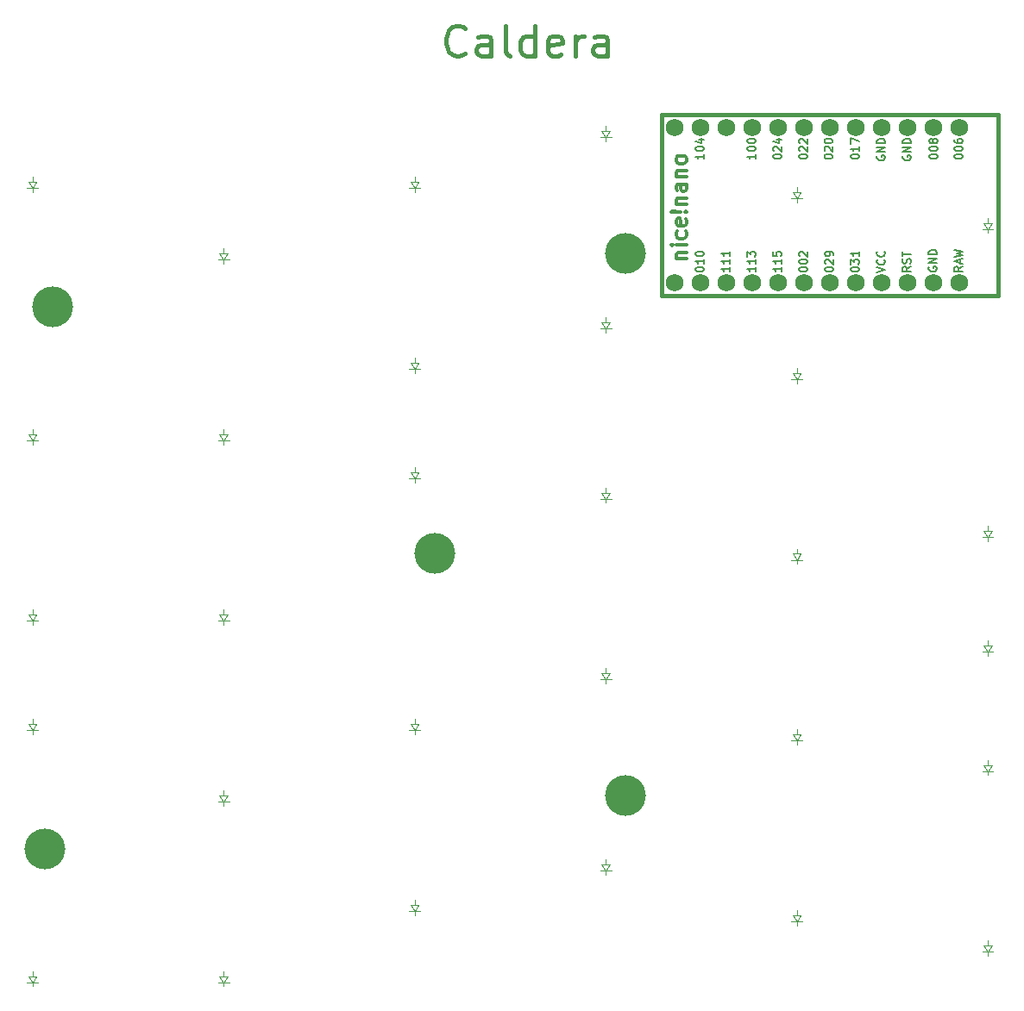
<source format=gbr>
%TF.GenerationSoftware,KiCad,Pcbnew,7.0.8*%
%TF.CreationDate,2024-07-17T12:42:57-03:00*%
%TF.ProjectId,left,6c656674-2e6b-4696-9361-645f70636258,v1.0.0*%
%TF.SameCoordinates,Original*%
%TF.FileFunction,Legend,Top*%
%TF.FilePolarity,Positive*%
%FSLAX46Y46*%
G04 Gerber Fmt 4.6, Leading zero omitted, Abs format (unit mm)*
G04 Created by KiCad (PCBNEW 7.0.8) date 2024-07-17 12:42:57*
%MOMM*%
%LPD*%
G01*
G04 APERTURE LIST*
%ADD10C,0.400000*%
%ADD11C,0.150000*%
%ADD12C,0.300000*%
%ADD13C,0.100000*%
%ADD14C,0.381000*%
%ADD15C,4.000000*%
%ADD16C,1.752600*%
G04 APERTURE END LIST*
D10*
X150241728Y-62581342D02*
X150098871Y-62724200D01*
X150098871Y-62724200D02*
X149670299Y-62867057D01*
X149670299Y-62867057D02*
X149384585Y-62867057D01*
X149384585Y-62867057D02*
X148956014Y-62724200D01*
X148956014Y-62724200D02*
X148670299Y-62438485D01*
X148670299Y-62438485D02*
X148527442Y-62152771D01*
X148527442Y-62152771D02*
X148384585Y-61581342D01*
X148384585Y-61581342D02*
X148384585Y-61152771D01*
X148384585Y-61152771D02*
X148527442Y-60581342D01*
X148527442Y-60581342D02*
X148670299Y-60295628D01*
X148670299Y-60295628D02*
X148956014Y-60009914D01*
X148956014Y-60009914D02*
X149384585Y-59867057D01*
X149384585Y-59867057D02*
X149670299Y-59867057D01*
X149670299Y-59867057D02*
X150098871Y-60009914D01*
X150098871Y-60009914D02*
X150241728Y-60152771D01*
X152813157Y-62867057D02*
X152813157Y-61295628D01*
X152813157Y-61295628D02*
X152670299Y-61009914D01*
X152670299Y-61009914D02*
X152384585Y-60867057D01*
X152384585Y-60867057D02*
X151813157Y-60867057D01*
X151813157Y-60867057D02*
X151527442Y-61009914D01*
X152813157Y-62724200D02*
X152527442Y-62867057D01*
X152527442Y-62867057D02*
X151813157Y-62867057D01*
X151813157Y-62867057D02*
X151527442Y-62724200D01*
X151527442Y-62724200D02*
X151384585Y-62438485D01*
X151384585Y-62438485D02*
X151384585Y-62152771D01*
X151384585Y-62152771D02*
X151527442Y-61867057D01*
X151527442Y-61867057D02*
X151813157Y-61724200D01*
X151813157Y-61724200D02*
X152527442Y-61724200D01*
X152527442Y-61724200D02*
X152813157Y-61581342D01*
X154670300Y-62867057D02*
X154384585Y-62724200D01*
X154384585Y-62724200D02*
X154241728Y-62438485D01*
X154241728Y-62438485D02*
X154241728Y-59867057D01*
X157098872Y-62867057D02*
X157098872Y-59867057D01*
X157098872Y-62724200D02*
X156813157Y-62867057D01*
X156813157Y-62867057D02*
X156241729Y-62867057D01*
X156241729Y-62867057D02*
X155956014Y-62724200D01*
X155956014Y-62724200D02*
X155813157Y-62581342D01*
X155813157Y-62581342D02*
X155670300Y-62295628D01*
X155670300Y-62295628D02*
X155670300Y-61438485D01*
X155670300Y-61438485D02*
X155813157Y-61152771D01*
X155813157Y-61152771D02*
X155956014Y-61009914D01*
X155956014Y-61009914D02*
X156241729Y-60867057D01*
X156241729Y-60867057D02*
X156813157Y-60867057D01*
X156813157Y-60867057D02*
X157098872Y-61009914D01*
X159670300Y-62724200D02*
X159384586Y-62867057D01*
X159384586Y-62867057D02*
X158813158Y-62867057D01*
X158813158Y-62867057D02*
X158527443Y-62724200D01*
X158527443Y-62724200D02*
X158384586Y-62438485D01*
X158384586Y-62438485D02*
X158384586Y-61295628D01*
X158384586Y-61295628D02*
X158527443Y-61009914D01*
X158527443Y-61009914D02*
X158813158Y-60867057D01*
X158813158Y-60867057D02*
X159384586Y-60867057D01*
X159384586Y-60867057D02*
X159670300Y-61009914D01*
X159670300Y-61009914D02*
X159813158Y-61295628D01*
X159813158Y-61295628D02*
X159813158Y-61581342D01*
X159813158Y-61581342D02*
X158384586Y-61867057D01*
X161098872Y-62867057D02*
X161098872Y-60867057D01*
X161098872Y-61438485D02*
X161241729Y-61152771D01*
X161241729Y-61152771D02*
X161384587Y-61009914D01*
X161384587Y-61009914D02*
X161670301Y-60867057D01*
X161670301Y-60867057D02*
X161956015Y-60867057D01*
X164241730Y-62867057D02*
X164241730Y-61295628D01*
X164241730Y-61295628D02*
X164098872Y-61009914D01*
X164098872Y-61009914D02*
X163813158Y-60867057D01*
X163813158Y-60867057D02*
X163241730Y-60867057D01*
X163241730Y-60867057D02*
X162956015Y-61009914D01*
X164241730Y-62724200D02*
X163956015Y-62867057D01*
X163956015Y-62867057D02*
X163241730Y-62867057D01*
X163241730Y-62867057D02*
X162956015Y-62724200D01*
X162956015Y-62724200D02*
X162813158Y-62438485D01*
X162813158Y-62438485D02*
X162813158Y-62152771D01*
X162813158Y-62152771D02*
X162956015Y-61867057D01*
X162956015Y-61867057D02*
X163241730Y-61724200D01*
X163241730Y-61724200D02*
X163956015Y-61724200D01*
X163956015Y-61724200D02*
X164241730Y-61581342D01*
D11*
X172882295Y-83837190D02*
X172882295Y-83761000D01*
X172882295Y-83761000D02*
X172920390Y-83684809D01*
X172920390Y-83684809D02*
X172958485Y-83646714D01*
X172958485Y-83646714D02*
X173034676Y-83608619D01*
X173034676Y-83608619D02*
X173187057Y-83570524D01*
X173187057Y-83570524D02*
X173377533Y-83570524D01*
X173377533Y-83570524D02*
X173529914Y-83608619D01*
X173529914Y-83608619D02*
X173606104Y-83646714D01*
X173606104Y-83646714D02*
X173644200Y-83684809D01*
X173644200Y-83684809D02*
X173682295Y-83761000D01*
X173682295Y-83761000D02*
X173682295Y-83837190D01*
X173682295Y-83837190D02*
X173644200Y-83913381D01*
X173644200Y-83913381D02*
X173606104Y-83951476D01*
X173606104Y-83951476D02*
X173529914Y-83989571D01*
X173529914Y-83989571D02*
X173377533Y-84027667D01*
X173377533Y-84027667D02*
X173187057Y-84027667D01*
X173187057Y-84027667D02*
X173034676Y-83989571D01*
X173034676Y-83989571D02*
X172958485Y-83951476D01*
X172958485Y-83951476D02*
X172920390Y-83913381D01*
X172920390Y-83913381D02*
X172882295Y-83837190D01*
X173682295Y-82808619D02*
X173682295Y-83265762D01*
X173682295Y-83037190D02*
X172882295Y-83037190D01*
X172882295Y-83037190D02*
X172996580Y-83113381D01*
X172996580Y-83113381D02*
X173072771Y-83189571D01*
X173072771Y-83189571D02*
X173110866Y-83265762D01*
X172882295Y-82313380D02*
X172882295Y-82237190D01*
X172882295Y-82237190D02*
X172920390Y-82160999D01*
X172920390Y-82160999D02*
X172958485Y-82122904D01*
X172958485Y-82122904D02*
X173034676Y-82084809D01*
X173034676Y-82084809D02*
X173187057Y-82046714D01*
X173187057Y-82046714D02*
X173377533Y-82046714D01*
X173377533Y-82046714D02*
X173529914Y-82084809D01*
X173529914Y-82084809D02*
X173606104Y-82122904D01*
X173606104Y-82122904D02*
X173644200Y-82160999D01*
X173644200Y-82160999D02*
X173682295Y-82237190D01*
X173682295Y-82237190D02*
X173682295Y-82313380D01*
X173682295Y-82313380D02*
X173644200Y-82389571D01*
X173644200Y-82389571D02*
X173606104Y-82427666D01*
X173606104Y-82427666D02*
X173529914Y-82465761D01*
X173529914Y-82465761D02*
X173377533Y-82503857D01*
X173377533Y-82503857D02*
X173187057Y-82503857D01*
X173187057Y-82503857D02*
X173034676Y-82465761D01*
X173034676Y-82465761D02*
X172958485Y-82427666D01*
X172958485Y-82427666D02*
X172920390Y-82389571D01*
X172920390Y-82389571D02*
X172882295Y-82313380D01*
X190700390Y-72648523D02*
X190662295Y-72724713D01*
X190662295Y-72724713D02*
X190662295Y-72838999D01*
X190662295Y-72838999D02*
X190700390Y-72953285D01*
X190700390Y-72953285D02*
X190776580Y-73029475D01*
X190776580Y-73029475D02*
X190852771Y-73067570D01*
X190852771Y-73067570D02*
X191005152Y-73105666D01*
X191005152Y-73105666D02*
X191119438Y-73105666D01*
X191119438Y-73105666D02*
X191271819Y-73067570D01*
X191271819Y-73067570D02*
X191348009Y-73029475D01*
X191348009Y-73029475D02*
X191424200Y-72953285D01*
X191424200Y-72953285D02*
X191462295Y-72838999D01*
X191462295Y-72838999D02*
X191462295Y-72762808D01*
X191462295Y-72762808D02*
X191424200Y-72648523D01*
X191424200Y-72648523D02*
X191386104Y-72610427D01*
X191386104Y-72610427D02*
X191119438Y-72610427D01*
X191119438Y-72610427D02*
X191119438Y-72762808D01*
X191462295Y-72267570D02*
X190662295Y-72267570D01*
X190662295Y-72267570D02*
X191462295Y-71810427D01*
X191462295Y-71810427D02*
X190662295Y-71810427D01*
X191462295Y-71429475D02*
X190662295Y-71429475D01*
X190662295Y-71429475D02*
X190662295Y-71238999D01*
X190662295Y-71238999D02*
X190700390Y-71124713D01*
X190700390Y-71124713D02*
X190776580Y-71048523D01*
X190776580Y-71048523D02*
X190852771Y-71010428D01*
X190852771Y-71010428D02*
X191005152Y-70972332D01*
X191005152Y-70972332D02*
X191119438Y-70972332D01*
X191119438Y-70972332D02*
X191271819Y-71010428D01*
X191271819Y-71010428D02*
X191348009Y-71048523D01*
X191348009Y-71048523D02*
X191424200Y-71124713D01*
X191424200Y-71124713D02*
X191462295Y-71238999D01*
X191462295Y-71238999D02*
X191462295Y-71429475D01*
X195812295Y-72762809D02*
X195812295Y-72686619D01*
X195812295Y-72686619D02*
X195850390Y-72610428D01*
X195850390Y-72610428D02*
X195888485Y-72572333D01*
X195888485Y-72572333D02*
X195964676Y-72534238D01*
X195964676Y-72534238D02*
X196117057Y-72496143D01*
X196117057Y-72496143D02*
X196307533Y-72496143D01*
X196307533Y-72496143D02*
X196459914Y-72534238D01*
X196459914Y-72534238D02*
X196536104Y-72572333D01*
X196536104Y-72572333D02*
X196574200Y-72610428D01*
X196574200Y-72610428D02*
X196612295Y-72686619D01*
X196612295Y-72686619D02*
X196612295Y-72762809D01*
X196612295Y-72762809D02*
X196574200Y-72839000D01*
X196574200Y-72839000D02*
X196536104Y-72877095D01*
X196536104Y-72877095D02*
X196459914Y-72915190D01*
X196459914Y-72915190D02*
X196307533Y-72953286D01*
X196307533Y-72953286D02*
X196117057Y-72953286D01*
X196117057Y-72953286D02*
X195964676Y-72915190D01*
X195964676Y-72915190D02*
X195888485Y-72877095D01*
X195888485Y-72877095D02*
X195850390Y-72839000D01*
X195850390Y-72839000D02*
X195812295Y-72762809D01*
X195812295Y-72000904D02*
X195812295Y-71924714D01*
X195812295Y-71924714D02*
X195850390Y-71848523D01*
X195850390Y-71848523D02*
X195888485Y-71810428D01*
X195888485Y-71810428D02*
X195964676Y-71772333D01*
X195964676Y-71772333D02*
X196117057Y-71734238D01*
X196117057Y-71734238D02*
X196307533Y-71734238D01*
X196307533Y-71734238D02*
X196459914Y-71772333D01*
X196459914Y-71772333D02*
X196536104Y-71810428D01*
X196536104Y-71810428D02*
X196574200Y-71848523D01*
X196574200Y-71848523D02*
X196612295Y-71924714D01*
X196612295Y-71924714D02*
X196612295Y-72000904D01*
X196612295Y-72000904D02*
X196574200Y-72077095D01*
X196574200Y-72077095D02*
X196536104Y-72115190D01*
X196536104Y-72115190D02*
X196459914Y-72153285D01*
X196459914Y-72153285D02*
X196307533Y-72191381D01*
X196307533Y-72191381D02*
X196117057Y-72191381D01*
X196117057Y-72191381D02*
X195964676Y-72153285D01*
X195964676Y-72153285D02*
X195888485Y-72115190D01*
X195888485Y-72115190D02*
X195850390Y-72077095D01*
X195850390Y-72077095D02*
X195812295Y-72000904D01*
X196155152Y-71277095D02*
X196117057Y-71353285D01*
X196117057Y-71353285D02*
X196078961Y-71391380D01*
X196078961Y-71391380D02*
X196002771Y-71429476D01*
X196002771Y-71429476D02*
X195964676Y-71429476D01*
X195964676Y-71429476D02*
X195888485Y-71391380D01*
X195888485Y-71391380D02*
X195850390Y-71353285D01*
X195850390Y-71353285D02*
X195812295Y-71277095D01*
X195812295Y-71277095D02*
X195812295Y-71124714D01*
X195812295Y-71124714D02*
X195850390Y-71048523D01*
X195850390Y-71048523D02*
X195888485Y-71010428D01*
X195888485Y-71010428D02*
X195964676Y-70972333D01*
X195964676Y-70972333D02*
X196002771Y-70972333D01*
X196002771Y-70972333D02*
X196078961Y-71010428D01*
X196078961Y-71010428D02*
X196117057Y-71048523D01*
X196117057Y-71048523D02*
X196155152Y-71124714D01*
X196155152Y-71124714D02*
X196155152Y-71277095D01*
X196155152Y-71277095D02*
X196193247Y-71353285D01*
X196193247Y-71353285D02*
X196231342Y-71391380D01*
X196231342Y-71391380D02*
X196307533Y-71429476D01*
X196307533Y-71429476D02*
X196459914Y-71429476D01*
X196459914Y-71429476D02*
X196536104Y-71391380D01*
X196536104Y-71391380D02*
X196574200Y-71353285D01*
X196574200Y-71353285D02*
X196612295Y-71277095D01*
X196612295Y-71277095D02*
X196612295Y-71124714D01*
X196612295Y-71124714D02*
X196574200Y-71048523D01*
X196574200Y-71048523D02*
X196536104Y-71010428D01*
X196536104Y-71010428D02*
X196459914Y-70972333D01*
X196459914Y-70972333D02*
X196307533Y-70972333D01*
X196307533Y-70972333D02*
X196231342Y-71010428D01*
X196231342Y-71010428D02*
X196193247Y-71048523D01*
X196193247Y-71048523D02*
X196155152Y-71124714D01*
X181302295Y-83570524D02*
X181302295Y-84027667D01*
X181302295Y-83799095D02*
X180502295Y-83799095D01*
X180502295Y-83799095D02*
X180616580Y-83875286D01*
X180616580Y-83875286D02*
X180692771Y-83951476D01*
X180692771Y-83951476D02*
X180730866Y-84027667D01*
X181302295Y-82808619D02*
X181302295Y-83265762D01*
X181302295Y-83037190D02*
X180502295Y-83037190D01*
X180502295Y-83037190D02*
X180616580Y-83113381D01*
X180616580Y-83113381D02*
X180692771Y-83189571D01*
X180692771Y-83189571D02*
X180730866Y-83265762D01*
X180502295Y-82084809D02*
X180502295Y-82465761D01*
X180502295Y-82465761D02*
X180883247Y-82503857D01*
X180883247Y-82503857D02*
X180845152Y-82465761D01*
X180845152Y-82465761D02*
X180807057Y-82389571D01*
X180807057Y-82389571D02*
X180807057Y-82199095D01*
X180807057Y-82199095D02*
X180845152Y-82122904D01*
X180845152Y-82122904D02*
X180883247Y-82084809D01*
X180883247Y-82084809D02*
X180959438Y-82046714D01*
X180959438Y-82046714D02*
X181149914Y-82046714D01*
X181149914Y-82046714D02*
X181226104Y-82084809D01*
X181226104Y-82084809D02*
X181264200Y-82122904D01*
X181264200Y-82122904D02*
X181302295Y-82199095D01*
X181302295Y-82199095D02*
X181302295Y-82389571D01*
X181302295Y-82389571D02*
X181264200Y-82465761D01*
X181264200Y-82465761D02*
X181226104Y-82503857D01*
X193240390Y-72648523D02*
X193202295Y-72724713D01*
X193202295Y-72724713D02*
X193202295Y-72838999D01*
X193202295Y-72838999D02*
X193240390Y-72953285D01*
X193240390Y-72953285D02*
X193316580Y-73029475D01*
X193316580Y-73029475D02*
X193392771Y-73067570D01*
X193392771Y-73067570D02*
X193545152Y-73105666D01*
X193545152Y-73105666D02*
X193659438Y-73105666D01*
X193659438Y-73105666D02*
X193811819Y-73067570D01*
X193811819Y-73067570D02*
X193888009Y-73029475D01*
X193888009Y-73029475D02*
X193964200Y-72953285D01*
X193964200Y-72953285D02*
X194002295Y-72838999D01*
X194002295Y-72838999D02*
X194002295Y-72762808D01*
X194002295Y-72762808D02*
X193964200Y-72648523D01*
X193964200Y-72648523D02*
X193926104Y-72610427D01*
X193926104Y-72610427D02*
X193659438Y-72610427D01*
X193659438Y-72610427D02*
X193659438Y-72762808D01*
X194002295Y-72267570D02*
X193202295Y-72267570D01*
X193202295Y-72267570D02*
X194002295Y-71810427D01*
X194002295Y-71810427D02*
X193202295Y-71810427D01*
X194002295Y-71429475D02*
X193202295Y-71429475D01*
X193202295Y-71429475D02*
X193202295Y-71238999D01*
X193202295Y-71238999D02*
X193240390Y-71124713D01*
X193240390Y-71124713D02*
X193316580Y-71048523D01*
X193316580Y-71048523D02*
X193392771Y-71010428D01*
X193392771Y-71010428D02*
X193545152Y-70972332D01*
X193545152Y-70972332D02*
X193659438Y-70972332D01*
X193659438Y-70972332D02*
X193811819Y-71010428D01*
X193811819Y-71010428D02*
X193888009Y-71048523D01*
X193888009Y-71048523D02*
X193964200Y-71124713D01*
X193964200Y-71124713D02*
X194002295Y-71238999D01*
X194002295Y-71238999D02*
X194002295Y-71429475D01*
X185582295Y-83837190D02*
X185582295Y-83761000D01*
X185582295Y-83761000D02*
X185620390Y-83684809D01*
X185620390Y-83684809D02*
X185658485Y-83646714D01*
X185658485Y-83646714D02*
X185734676Y-83608619D01*
X185734676Y-83608619D02*
X185887057Y-83570524D01*
X185887057Y-83570524D02*
X186077533Y-83570524D01*
X186077533Y-83570524D02*
X186229914Y-83608619D01*
X186229914Y-83608619D02*
X186306104Y-83646714D01*
X186306104Y-83646714D02*
X186344200Y-83684809D01*
X186344200Y-83684809D02*
X186382295Y-83761000D01*
X186382295Y-83761000D02*
X186382295Y-83837190D01*
X186382295Y-83837190D02*
X186344200Y-83913381D01*
X186344200Y-83913381D02*
X186306104Y-83951476D01*
X186306104Y-83951476D02*
X186229914Y-83989571D01*
X186229914Y-83989571D02*
X186077533Y-84027667D01*
X186077533Y-84027667D02*
X185887057Y-84027667D01*
X185887057Y-84027667D02*
X185734676Y-83989571D01*
X185734676Y-83989571D02*
X185658485Y-83951476D01*
X185658485Y-83951476D02*
X185620390Y-83913381D01*
X185620390Y-83913381D02*
X185582295Y-83837190D01*
X185658485Y-83265762D02*
X185620390Y-83227666D01*
X185620390Y-83227666D02*
X185582295Y-83151476D01*
X185582295Y-83151476D02*
X185582295Y-82961000D01*
X185582295Y-82961000D02*
X185620390Y-82884809D01*
X185620390Y-82884809D02*
X185658485Y-82846714D01*
X185658485Y-82846714D02*
X185734676Y-82808619D01*
X185734676Y-82808619D02*
X185810866Y-82808619D01*
X185810866Y-82808619D02*
X185925152Y-82846714D01*
X185925152Y-82846714D02*
X186382295Y-83303857D01*
X186382295Y-83303857D02*
X186382295Y-82808619D01*
X186382295Y-82427666D02*
X186382295Y-82275285D01*
X186382295Y-82275285D02*
X186344200Y-82199095D01*
X186344200Y-82199095D02*
X186306104Y-82160999D01*
X186306104Y-82160999D02*
X186191819Y-82084809D01*
X186191819Y-82084809D02*
X186039438Y-82046714D01*
X186039438Y-82046714D02*
X185734676Y-82046714D01*
X185734676Y-82046714D02*
X185658485Y-82084809D01*
X185658485Y-82084809D02*
X185620390Y-82122904D01*
X185620390Y-82122904D02*
X185582295Y-82199095D01*
X185582295Y-82199095D02*
X185582295Y-82351476D01*
X185582295Y-82351476D02*
X185620390Y-82427666D01*
X185620390Y-82427666D02*
X185658485Y-82465761D01*
X185658485Y-82465761D02*
X185734676Y-82503857D01*
X185734676Y-82503857D02*
X185925152Y-82503857D01*
X185925152Y-82503857D02*
X186001342Y-82465761D01*
X186001342Y-82465761D02*
X186039438Y-82427666D01*
X186039438Y-82427666D02*
X186077533Y-82351476D01*
X186077533Y-82351476D02*
X186077533Y-82199095D01*
X186077533Y-82199095D02*
X186039438Y-82122904D01*
X186039438Y-82122904D02*
X186001342Y-82084809D01*
X186001342Y-82084809D02*
X185925152Y-82046714D01*
D12*
X170966328Y-82789714D02*
X171966328Y-82789714D01*
X171109185Y-82789714D02*
X171037757Y-82718285D01*
X171037757Y-82718285D02*
X170966328Y-82575428D01*
X170966328Y-82575428D02*
X170966328Y-82361142D01*
X170966328Y-82361142D02*
X171037757Y-82218285D01*
X171037757Y-82218285D02*
X171180614Y-82146857D01*
X171180614Y-82146857D02*
X171966328Y-82146857D01*
X171966328Y-81432571D02*
X170966328Y-81432571D01*
X170466328Y-81432571D02*
X170537757Y-81503999D01*
X170537757Y-81503999D02*
X170609185Y-81432571D01*
X170609185Y-81432571D02*
X170537757Y-81361142D01*
X170537757Y-81361142D02*
X170466328Y-81432571D01*
X170466328Y-81432571D02*
X170609185Y-81432571D01*
X171894900Y-80075428D02*
X171966328Y-80218285D01*
X171966328Y-80218285D02*
X171966328Y-80503999D01*
X171966328Y-80503999D02*
X171894900Y-80646856D01*
X171894900Y-80646856D02*
X171823471Y-80718285D01*
X171823471Y-80718285D02*
X171680614Y-80789713D01*
X171680614Y-80789713D02*
X171252042Y-80789713D01*
X171252042Y-80789713D02*
X171109185Y-80718285D01*
X171109185Y-80718285D02*
X171037757Y-80646856D01*
X171037757Y-80646856D02*
X170966328Y-80503999D01*
X170966328Y-80503999D02*
X170966328Y-80218285D01*
X170966328Y-80218285D02*
X171037757Y-80075428D01*
X171894900Y-78861142D02*
X171966328Y-79003999D01*
X171966328Y-79003999D02*
X171966328Y-79289714D01*
X171966328Y-79289714D02*
X171894900Y-79432571D01*
X171894900Y-79432571D02*
X171752042Y-79503999D01*
X171752042Y-79503999D02*
X171180614Y-79503999D01*
X171180614Y-79503999D02*
X171037757Y-79432571D01*
X171037757Y-79432571D02*
X170966328Y-79289714D01*
X170966328Y-79289714D02*
X170966328Y-79003999D01*
X170966328Y-79003999D02*
X171037757Y-78861142D01*
X171037757Y-78861142D02*
X171180614Y-78789714D01*
X171180614Y-78789714D02*
X171323471Y-78789714D01*
X171323471Y-78789714D02*
X171466328Y-79503999D01*
X171823471Y-78146857D02*
X171894900Y-78075428D01*
X171894900Y-78075428D02*
X171966328Y-78146857D01*
X171966328Y-78146857D02*
X171894900Y-78218285D01*
X171894900Y-78218285D02*
X171823471Y-78146857D01*
X171823471Y-78146857D02*
X171966328Y-78146857D01*
X171394900Y-78146857D02*
X170537757Y-78218285D01*
X170537757Y-78218285D02*
X170466328Y-78146857D01*
X170466328Y-78146857D02*
X170537757Y-78075428D01*
X170537757Y-78075428D02*
X171394900Y-78146857D01*
X171394900Y-78146857D02*
X170466328Y-78146857D01*
X170966328Y-77432571D02*
X171966328Y-77432571D01*
X171109185Y-77432571D02*
X171037757Y-77361142D01*
X171037757Y-77361142D02*
X170966328Y-77218285D01*
X170966328Y-77218285D02*
X170966328Y-77003999D01*
X170966328Y-77003999D02*
X171037757Y-76861142D01*
X171037757Y-76861142D02*
X171180614Y-76789714D01*
X171180614Y-76789714D02*
X171966328Y-76789714D01*
X171966328Y-75432571D02*
X171180614Y-75432571D01*
X171180614Y-75432571D02*
X171037757Y-75503999D01*
X171037757Y-75503999D02*
X170966328Y-75646856D01*
X170966328Y-75646856D02*
X170966328Y-75932571D01*
X170966328Y-75932571D02*
X171037757Y-76075428D01*
X171894900Y-75432571D02*
X171966328Y-75575428D01*
X171966328Y-75575428D02*
X171966328Y-75932571D01*
X171966328Y-75932571D02*
X171894900Y-76075428D01*
X171894900Y-76075428D02*
X171752042Y-76146856D01*
X171752042Y-76146856D02*
X171609185Y-76146856D01*
X171609185Y-76146856D02*
X171466328Y-76075428D01*
X171466328Y-76075428D02*
X171394900Y-75932571D01*
X171394900Y-75932571D02*
X171394900Y-75575428D01*
X171394900Y-75575428D02*
X171323471Y-75432571D01*
X170966328Y-74718285D02*
X171966328Y-74718285D01*
X171109185Y-74718285D02*
X171037757Y-74646856D01*
X171037757Y-74646856D02*
X170966328Y-74503999D01*
X170966328Y-74503999D02*
X170966328Y-74289713D01*
X170966328Y-74289713D02*
X171037757Y-74146856D01*
X171037757Y-74146856D02*
X171180614Y-74075428D01*
X171180614Y-74075428D02*
X171966328Y-74075428D01*
X171966328Y-73146856D02*
X171894900Y-73289713D01*
X171894900Y-73289713D02*
X171823471Y-73361142D01*
X171823471Y-73361142D02*
X171680614Y-73432570D01*
X171680614Y-73432570D02*
X171252042Y-73432570D01*
X171252042Y-73432570D02*
X171109185Y-73361142D01*
X171109185Y-73361142D02*
X171037757Y-73289713D01*
X171037757Y-73289713D02*
X170966328Y-73146856D01*
X170966328Y-73146856D02*
X170966328Y-72932570D01*
X170966328Y-72932570D02*
X171037757Y-72789713D01*
X171037757Y-72789713D02*
X171109185Y-72718285D01*
X171109185Y-72718285D02*
X171252042Y-72646856D01*
X171252042Y-72646856D02*
X171680614Y-72646856D01*
X171680614Y-72646856D02*
X171823471Y-72718285D01*
X171823471Y-72718285D02*
X171894900Y-72789713D01*
X171894900Y-72789713D02*
X171966328Y-72932570D01*
X171966328Y-72932570D02*
X171966328Y-73146856D01*
D11*
X183042295Y-83837190D02*
X183042295Y-83761000D01*
X183042295Y-83761000D02*
X183080390Y-83684809D01*
X183080390Y-83684809D02*
X183118485Y-83646714D01*
X183118485Y-83646714D02*
X183194676Y-83608619D01*
X183194676Y-83608619D02*
X183347057Y-83570524D01*
X183347057Y-83570524D02*
X183537533Y-83570524D01*
X183537533Y-83570524D02*
X183689914Y-83608619D01*
X183689914Y-83608619D02*
X183766104Y-83646714D01*
X183766104Y-83646714D02*
X183804200Y-83684809D01*
X183804200Y-83684809D02*
X183842295Y-83761000D01*
X183842295Y-83761000D02*
X183842295Y-83837190D01*
X183842295Y-83837190D02*
X183804200Y-83913381D01*
X183804200Y-83913381D02*
X183766104Y-83951476D01*
X183766104Y-83951476D02*
X183689914Y-83989571D01*
X183689914Y-83989571D02*
X183537533Y-84027667D01*
X183537533Y-84027667D02*
X183347057Y-84027667D01*
X183347057Y-84027667D02*
X183194676Y-83989571D01*
X183194676Y-83989571D02*
X183118485Y-83951476D01*
X183118485Y-83951476D02*
X183080390Y-83913381D01*
X183080390Y-83913381D02*
X183042295Y-83837190D01*
X183042295Y-83075285D02*
X183042295Y-82999095D01*
X183042295Y-82999095D02*
X183080390Y-82922904D01*
X183080390Y-82922904D02*
X183118485Y-82884809D01*
X183118485Y-82884809D02*
X183194676Y-82846714D01*
X183194676Y-82846714D02*
X183347057Y-82808619D01*
X183347057Y-82808619D02*
X183537533Y-82808619D01*
X183537533Y-82808619D02*
X183689914Y-82846714D01*
X183689914Y-82846714D02*
X183766104Y-82884809D01*
X183766104Y-82884809D02*
X183804200Y-82922904D01*
X183804200Y-82922904D02*
X183842295Y-82999095D01*
X183842295Y-82999095D02*
X183842295Y-83075285D01*
X183842295Y-83075285D02*
X183804200Y-83151476D01*
X183804200Y-83151476D02*
X183766104Y-83189571D01*
X183766104Y-83189571D02*
X183689914Y-83227666D01*
X183689914Y-83227666D02*
X183537533Y-83265762D01*
X183537533Y-83265762D02*
X183347057Y-83265762D01*
X183347057Y-83265762D02*
X183194676Y-83227666D01*
X183194676Y-83227666D02*
X183118485Y-83189571D01*
X183118485Y-83189571D02*
X183080390Y-83151476D01*
X183080390Y-83151476D02*
X183042295Y-83075285D01*
X183118485Y-82503857D02*
X183080390Y-82465761D01*
X183080390Y-82465761D02*
X183042295Y-82389571D01*
X183042295Y-82389571D02*
X183042295Y-82199095D01*
X183042295Y-82199095D02*
X183080390Y-82122904D01*
X183080390Y-82122904D02*
X183118485Y-82084809D01*
X183118485Y-82084809D02*
X183194676Y-82046714D01*
X183194676Y-82046714D02*
X183270866Y-82046714D01*
X183270866Y-82046714D02*
X183385152Y-82084809D01*
X183385152Y-82084809D02*
X183842295Y-82541952D01*
X183842295Y-82541952D02*
X183842295Y-82046714D01*
X194002295Y-83526094D02*
X193621342Y-83792761D01*
X194002295Y-83983237D02*
X193202295Y-83983237D01*
X193202295Y-83983237D02*
X193202295Y-83678475D01*
X193202295Y-83678475D02*
X193240390Y-83602285D01*
X193240390Y-83602285D02*
X193278485Y-83564190D01*
X193278485Y-83564190D02*
X193354676Y-83526094D01*
X193354676Y-83526094D02*
X193468961Y-83526094D01*
X193468961Y-83526094D02*
X193545152Y-83564190D01*
X193545152Y-83564190D02*
X193583247Y-83602285D01*
X193583247Y-83602285D02*
X193621342Y-83678475D01*
X193621342Y-83678475D02*
X193621342Y-83983237D01*
X193964200Y-83221333D02*
X194002295Y-83107047D01*
X194002295Y-83107047D02*
X194002295Y-82916571D01*
X194002295Y-82916571D02*
X193964200Y-82840380D01*
X193964200Y-82840380D02*
X193926104Y-82802285D01*
X193926104Y-82802285D02*
X193849914Y-82764190D01*
X193849914Y-82764190D02*
X193773723Y-82764190D01*
X193773723Y-82764190D02*
X193697533Y-82802285D01*
X193697533Y-82802285D02*
X193659438Y-82840380D01*
X193659438Y-82840380D02*
X193621342Y-82916571D01*
X193621342Y-82916571D02*
X193583247Y-83068952D01*
X193583247Y-83068952D02*
X193545152Y-83145142D01*
X193545152Y-83145142D02*
X193507057Y-83183237D01*
X193507057Y-83183237D02*
X193430866Y-83221333D01*
X193430866Y-83221333D02*
X193354676Y-83221333D01*
X193354676Y-83221333D02*
X193278485Y-83183237D01*
X193278485Y-83183237D02*
X193240390Y-83145142D01*
X193240390Y-83145142D02*
X193202295Y-83068952D01*
X193202295Y-83068952D02*
X193202295Y-82878475D01*
X193202295Y-82878475D02*
X193240390Y-82764190D01*
X193202295Y-82535618D02*
X193202295Y-82078475D01*
X194002295Y-82307047D02*
X193202295Y-82307047D01*
X188122295Y-83837190D02*
X188122295Y-83761000D01*
X188122295Y-83761000D02*
X188160390Y-83684809D01*
X188160390Y-83684809D02*
X188198485Y-83646714D01*
X188198485Y-83646714D02*
X188274676Y-83608619D01*
X188274676Y-83608619D02*
X188427057Y-83570524D01*
X188427057Y-83570524D02*
X188617533Y-83570524D01*
X188617533Y-83570524D02*
X188769914Y-83608619D01*
X188769914Y-83608619D02*
X188846104Y-83646714D01*
X188846104Y-83646714D02*
X188884200Y-83684809D01*
X188884200Y-83684809D02*
X188922295Y-83761000D01*
X188922295Y-83761000D02*
X188922295Y-83837190D01*
X188922295Y-83837190D02*
X188884200Y-83913381D01*
X188884200Y-83913381D02*
X188846104Y-83951476D01*
X188846104Y-83951476D02*
X188769914Y-83989571D01*
X188769914Y-83989571D02*
X188617533Y-84027667D01*
X188617533Y-84027667D02*
X188427057Y-84027667D01*
X188427057Y-84027667D02*
X188274676Y-83989571D01*
X188274676Y-83989571D02*
X188198485Y-83951476D01*
X188198485Y-83951476D02*
X188160390Y-83913381D01*
X188160390Y-83913381D02*
X188122295Y-83837190D01*
X188122295Y-83303857D02*
X188122295Y-82808619D01*
X188122295Y-82808619D02*
X188427057Y-83075285D01*
X188427057Y-83075285D02*
X188427057Y-82961000D01*
X188427057Y-82961000D02*
X188465152Y-82884809D01*
X188465152Y-82884809D02*
X188503247Y-82846714D01*
X188503247Y-82846714D02*
X188579438Y-82808619D01*
X188579438Y-82808619D02*
X188769914Y-82808619D01*
X188769914Y-82808619D02*
X188846104Y-82846714D01*
X188846104Y-82846714D02*
X188884200Y-82884809D01*
X188884200Y-82884809D02*
X188922295Y-82961000D01*
X188922295Y-82961000D02*
X188922295Y-83189571D01*
X188922295Y-83189571D02*
X188884200Y-83265762D01*
X188884200Y-83265762D02*
X188846104Y-83303857D01*
X188922295Y-82046714D02*
X188922295Y-82503857D01*
X188922295Y-82275285D02*
X188122295Y-82275285D01*
X188122295Y-82275285D02*
X188236580Y-82351476D01*
X188236580Y-82351476D02*
X188312771Y-82427666D01*
X188312771Y-82427666D02*
X188350866Y-82503857D01*
X188112295Y-72762809D02*
X188112295Y-72686619D01*
X188112295Y-72686619D02*
X188150390Y-72610428D01*
X188150390Y-72610428D02*
X188188485Y-72572333D01*
X188188485Y-72572333D02*
X188264676Y-72534238D01*
X188264676Y-72534238D02*
X188417057Y-72496143D01*
X188417057Y-72496143D02*
X188607533Y-72496143D01*
X188607533Y-72496143D02*
X188759914Y-72534238D01*
X188759914Y-72534238D02*
X188836104Y-72572333D01*
X188836104Y-72572333D02*
X188874200Y-72610428D01*
X188874200Y-72610428D02*
X188912295Y-72686619D01*
X188912295Y-72686619D02*
X188912295Y-72762809D01*
X188912295Y-72762809D02*
X188874200Y-72839000D01*
X188874200Y-72839000D02*
X188836104Y-72877095D01*
X188836104Y-72877095D02*
X188759914Y-72915190D01*
X188759914Y-72915190D02*
X188607533Y-72953286D01*
X188607533Y-72953286D02*
X188417057Y-72953286D01*
X188417057Y-72953286D02*
X188264676Y-72915190D01*
X188264676Y-72915190D02*
X188188485Y-72877095D01*
X188188485Y-72877095D02*
X188150390Y-72839000D01*
X188150390Y-72839000D02*
X188112295Y-72762809D01*
X188912295Y-71734238D02*
X188912295Y-72191381D01*
X188912295Y-71962809D02*
X188112295Y-71962809D01*
X188112295Y-71962809D02*
X188226580Y-72039000D01*
X188226580Y-72039000D02*
X188302771Y-72115190D01*
X188302771Y-72115190D02*
X188340866Y-72191381D01*
X188112295Y-71467571D02*
X188112295Y-70934237D01*
X188112295Y-70934237D02*
X188912295Y-71277095D01*
X183012295Y-72762809D02*
X183012295Y-72686619D01*
X183012295Y-72686619D02*
X183050390Y-72610428D01*
X183050390Y-72610428D02*
X183088485Y-72572333D01*
X183088485Y-72572333D02*
X183164676Y-72534238D01*
X183164676Y-72534238D02*
X183317057Y-72496143D01*
X183317057Y-72496143D02*
X183507533Y-72496143D01*
X183507533Y-72496143D02*
X183659914Y-72534238D01*
X183659914Y-72534238D02*
X183736104Y-72572333D01*
X183736104Y-72572333D02*
X183774200Y-72610428D01*
X183774200Y-72610428D02*
X183812295Y-72686619D01*
X183812295Y-72686619D02*
X183812295Y-72762809D01*
X183812295Y-72762809D02*
X183774200Y-72839000D01*
X183774200Y-72839000D02*
X183736104Y-72877095D01*
X183736104Y-72877095D02*
X183659914Y-72915190D01*
X183659914Y-72915190D02*
X183507533Y-72953286D01*
X183507533Y-72953286D02*
X183317057Y-72953286D01*
X183317057Y-72953286D02*
X183164676Y-72915190D01*
X183164676Y-72915190D02*
X183088485Y-72877095D01*
X183088485Y-72877095D02*
X183050390Y-72839000D01*
X183050390Y-72839000D02*
X183012295Y-72762809D01*
X183088485Y-72191381D02*
X183050390Y-72153285D01*
X183050390Y-72153285D02*
X183012295Y-72077095D01*
X183012295Y-72077095D02*
X183012295Y-71886619D01*
X183012295Y-71886619D02*
X183050390Y-71810428D01*
X183050390Y-71810428D02*
X183088485Y-71772333D01*
X183088485Y-71772333D02*
X183164676Y-71734238D01*
X183164676Y-71734238D02*
X183240866Y-71734238D01*
X183240866Y-71734238D02*
X183355152Y-71772333D01*
X183355152Y-71772333D02*
X183812295Y-72229476D01*
X183812295Y-72229476D02*
X183812295Y-71734238D01*
X183088485Y-71429476D02*
X183050390Y-71391380D01*
X183050390Y-71391380D02*
X183012295Y-71315190D01*
X183012295Y-71315190D02*
X183012295Y-71124714D01*
X183012295Y-71124714D02*
X183050390Y-71048523D01*
X183050390Y-71048523D02*
X183088485Y-71010428D01*
X183088485Y-71010428D02*
X183164676Y-70972333D01*
X183164676Y-70972333D02*
X183240866Y-70972333D01*
X183240866Y-70972333D02*
X183355152Y-71010428D01*
X183355152Y-71010428D02*
X183812295Y-71467571D01*
X183812295Y-71467571D02*
X183812295Y-70972333D01*
X178762295Y-83570524D02*
X178762295Y-84027667D01*
X178762295Y-83799095D02*
X177962295Y-83799095D01*
X177962295Y-83799095D02*
X178076580Y-83875286D01*
X178076580Y-83875286D02*
X178152771Y-83951476D01*
X178152771Y-83951476D02*
X178190866Y-84027667D01*
X178762295Y-82808619D02*
X178762295Y-83265762D01*
X178762295Y-83037190D02*
X177962295Y-83037190D01*
X177962295Y-83037190D02*
X178076580Y-83113381D01*
X178076580Y-83113381D02*
X178152771Y-83189571D01*
X178152771Y-83189571D02*
X178190866Y-83265762D01*
X177962295Y-82541952D02*
X177962295Y-82046714D01*
X177962295Y-82046714D02*
X178267057Y-82313380D01*
X178267057Y-82313380D02*
X178267057Y-82199095D01*
X178267057Y-82199095D02*
X178305152Y-82122904D01*
X178305152Y-82122904D02*
X178343247Y-82084809D01*
X178343247Y-82084809D02*
X178419438Y-82046714D01*
X178419438Y-82046714D02*
X178609914Y-82046714D01*
X178609914Y-82046714D02*
X178686104Y-82084809D01*
X178686104Y-82084809D02*
X178724200Y-82122904D01*
X178724200Y-82122904D02*
X178762295Y-82199095D01*
X178762295Y-82199095D02*
X178762295Y-82427666D01*
X178762295Y-82427666D02*
X178724200Y-82503857D01*
X178724200Y-82503857D02*
X178686104Y-82541952D01*
X198282295Y-72762809D02*
X198282295Y-72686619D01*
X198282295Y-72686619D02*
X198320390Y-72610428D01*
X198320390Y-72610428D02*
X198358485Y-72572333D01*
X198358485Y-72572333D02*
X198434676Y-72534238D01*
X198434676Y-72534238D02*
X198587057Y-72496143D01*
X198587057Y-72496143D02*
X198777533Y-72496143D01*
X198777533Y-72496143D02*
X198929914Y-72534238D01*
X198929914Y-72534238D02*
X199006104Y-72572333D01*
X199006104Y-72572333D02*
X199044200Y-72610428D01*
X199044200Y-72610428D02*
X199082295Y-72686619D01*
X199082295Y-72686619D02*
X199082295Y-72762809D01*
X199082295Y-72762809D02*
X199044200Y-72839000D01*
X199044200Y-72839000D02*
X199006104Y-72877095D01*
X199006104Y-72877095D02*
X198929914Y-72915190D01*
X198929914Y-72915190D02*
X198777533Y-72953286D01*
X198777533Y-72953286D02*
X198587057Y-72953286D01*
X198587057Y-72953286D02*
X198434676Y-72915190D01*
X198434676Y-72915190D02*
X198358485Y-72877095D01*
X198358485Y-72877095D02*
X198320390Y-72839000D01*
X198320390Y-72839000D02*
X198282295Y-72762809D01*
X198282295Y-72000904D02*
X198282295Y-71924714D01*
X198282295Y-71924714D02*
X198320390Y-71848523D01*
X198320390Y-71848523D02*
X198358485Y-71810428D01*
X198358485Y-71810428D02*
X198434676Y-71772333D01*
X198434676Y-71772333D02*
X198587057Y-71734238D01*
X198587057Y-71734238D02*
X198777533Y-71734238D01*
X198777533Y-71734238D02*
X198929914Y-71772333D01*
X198929914Y-71772333D02*
X199006104Y-71810428D01*
X199006104Y-71810428D02*
X199044200Y-71848523D01*
X199044200Y-71848523D02*
X199082295Y-71924714D01*
X199082295Y-71924714D02*
X199082295Y-72000904D01*
X199082295Y-72000904D02*
X199044200Y-72077095D01*
X199044200Y-72077095D02*
X199006104Y-72115190D01*
X199006104Y-72115190D02*
X198929914Y-72153285D01*
X198929914Y-72153285D02*
X198777533Y-72191381D01*
X198777533Y-72191381D02*
X198587057Y-72191381D01*
X198587057Y-72191381D02*
X198434676Y-72153285D01*
X198434676Y-72153285D02*
X198358485Y-72115190D01*
X198358485Y-72115190D02*
X198320390Y-72077095D01*
X198320390Y-72077095D02*
X198282295Y-72000904D01*
X198282295Y-71048523D02*
X198282295Y-71200904D01*
X198282295Y-71200904D02*
X198320390Y-71277095D01*
X198320390Y-71277095D02*
X198358485Y-71315190D01*
X198358485Y-71315190D02*
X198472771Y-71391380D01*
X198472771Y-71391380D02*
X198625152Y-71429476D01*
X198625152Y-71429476D02*
X198929914Y-71429476D01*
X198929914Y-71429476D02*
X199006104Y-71391380D01*
X199006104Y-71391380D02*
X199044200Y-71353285D01*
X199044200Y-71353285D02*
X199082295Y-71277095D01*
X199082295Y-71277095D02*
X199082295Y-71124714D01*
X199082295Y-71124714D02*
X199044200Y-71048523D01*
X199044200Y-71048523D02*
X199006104Y-71010428D01*
X199006104Y-71010428D02*
X198929914Y-70972333D01*
X198929914Y-70972333D02*
X198739438Y-70972333D01*
X198739438Y-70972333D02*
X198663247Y-71010428D01*
X198663247Y-71010428D02*
X198625152Y-71048523D01*
X198625152Y-71048523D02*
X198587057Y-71124714D01*
X198587057Y-71124714D02*
X198587057Y-71277095D01*
X198587057Y-71277095D02*
X198625152Y-71353285D01*
X198625152Y-71353285D02*
X198663247Y-71391380D01*
X198663247Y-71391380D02*
X198739438Y-71429476D01*
X180502295Y-72762809D02*
X180502295Y-72686619D01*
X180502295Y-72686619D02*
X180540390Y-72610428D01*
X180540390Y-72610428D02*
X180578485Y-72572333D01*
X180578485Y-72572333D02*
X180654676Y-72534238D01*
X180654676Y-72534238D02*
X180807057Y-72496143D01*
X180807057Y-72496143D02*
X180997533Y-72496143D01*
X180997533Y-72496143D02*
X181149914Y-72534238D01*
X181149914Y-72534238D02*
X181226104Y-72572333D01*
X181226104Y-72572333D02*
X181264200Y-72610428D01*
X181264200Y-72610428D02*
X181302295Y-72686619D01*
X181302295Y-72686619D02*
X181302295Y-72762809D01*
X181302295Y-72762809D02*
X181264200Y-72839000D01*
X181264200Y-72839000D02*
X181226104Y-72877095D01*
X181226104Y-72877095D02*
X181149914Y-72915190D01*
X181149914Y-72915190D02*
X180997533Y-72953286D01*
X180997533Y-72953286D02*
X180807057Y-72953286D01*
X180807057Y-72953286D02*
X180654676Y-72915190D01*
X180654676Y-72915190D02*
X180578485Y-72877095D01*
X180578485Y-72877095D02*
X180540390Y-72839000D01*
X180540390Y-72839000D02*
X180502295Y-72762809D01*
X180578485Y-72191381D02*
X180540390Y-72153285D01*
X180540390Y-72153285D02*
X180502295Y-72077095D01*
X180502295Y-72077095D02*
X180502295Y-71886619D01*
X180502295Y-71886619D02*
X180540390Y-71810428D01*
X180540390Y-71810428D02*
X180578485Y-71772333D01*
X180578485Y-71772333D02*
X180654676Y-71734238D01*
X180654676Y-71734238D02*
X180730866Y-71734238D01*
X180730866Y-71734238D02*
X180845152Y-71772333D01*
X180845152Y-71772333D02*
X181302295Y-72229476D01*
X181302295Y-72229476D02*
X181302295Y-71734238D01*
X180768961Y-71048523D02*
X181302295Y-71048523D01*
X180464200Y-71238999D02*
X181035628Y-71429476D01*
X181035628Y-71429476D02*
X181035628Y-70934237D01*
X178762295Y-72496143D02*
X178762295Y-72953286D01*
X178762295Y-72724714D02*
X177962295Y-72724714D01*
X177962295Y-72724714D02*
X178076580Y-72800905D01*
X178076580Y-72800905D02*
X178152771Y-72877095D01*
X178152771Y-72877095D02*
X178190866Y-72953286D01*
X177962295Y-72000904D02*
X177962295Y-71924714D01*
X177962295Y-71924714D02*
X178000390Y-71848523D01*
X178000390Y-71848523D02*
X178038485Y-71810428D01*
X178038485Y-71810428D02*
X178114676Y-71772333D01*
X178114676Y-71772333D02*
X178267057Y-71734238D01*
X178267057Y-71734238D02*
X178457533Y-71734238D01*
X178457533Y-71734238D02*
X178609914Y-71772333D01*
X178609914Y-71772333D02*
X178686104Y-71810428D01*
X178686104Y-71810428D02*
X178724200Y-71848523D01*
X178724200Y-71848523D02*
X178762295Y-71924714D01*
X178762295Y-71924714D02*
X178762295Y-72000904D01*
X178762295Y-72000904D02*
X178724200Y-72077095D01*
X178724200Y-72077095D02*
X178686104Y-72115190D01*
X178686104Y-72115190D02*
X178609914Y-72153285D01*
X178609914Y-72153285D02*
X178457533Y-72191381D01*
X178457533Y-72191381D02*
X178267057Y-72191381D01*
X178267057Y-72191381D02*
X178114676Y-72153285D01*
X178114676Y-72153285D02*
X178038485Y-72115190D01*
X178038485Y-72115190D02*
X178000390Y-72077095D01*
X178000390Y-72077095D02*
X177962295Y-72000904D01*
X177962295Y-71238999D02*
X177962295Y-71162809D01*
X177962295Y-71162809D02*
X178000390Y-71086618D01*
X178000390Y-71086618D02*
X178038485Y-71048523D01*
X178038485Y-71048523D02*
X178114676Y-71010428D01*
X178114676Y-71010428D02*
X178267057Y-70972333D01*
X178267057Y-70972333D02*
X178457533Y-70972333D01*
X178457533Y-70972333D02*
X178609914Y-71010428D01*
X178609914Y-71010428D02*
X178686104Y-71048523D01*
X178686104Y-71048523D02*
X178724200Y-71086618D01*
X178724200Y-71086618D02*
X178762295Y-71162809D01*
X178762295Y-71162809D02*
X178762295Y-71238999D01*
X178762295Y-71238999D02*
X178724200Y-71315190D01*
X178724200Y-71315190D02*
X178686104Y-71353285D01*
X178686104Y-71353285D02*
X178609914Y-71391380D01*
X178609914Y-71391380D02*
X178457533Y-71429476D01*
X178457533Y-71429476D02*
X178267057Y-71429476D01*
X178267057Y-71429476D02*
X178114676Y-71391380D01*
X178114676Y-71391380D02*
X178038485Y-71353285D01*
X178038485Y-71353285D02*
X178000390Y-71315190D01*
X178000390Y-71315190D02*
X177962295Y-71238999D01*
X199082295Y-83526095D02*
X198701342Y-83792762D01*
X199082295Y-83983238D02*
X198282295Y-83983238D01*
X198282295Y-83983238D02*
X198282295Y-83678476D01*
X198282295Y-83678476D02*
X198320390Y-83602286D01*
X198320390Y-83602286D02*
X198358485Y-83564191D01*
X198358485Y-83564191D02*
X198434676Y-83526095D01*
X198434676Y-83526095D02*
X198548961Y-83526095D01*
X198548961Y-83526095D02*
X198625152Y-83564191D01*
X198625152Y-83564191D02*
X198663247Y-83602286D01*
X198663247Y-83602286D02*
X198701342Y-83678476D01*
X198701342Y-83678476D02*
X198701342Y-83983238D01*
X198853723Y-83221334D02*
X198853723Y-82840381D01*
X199082295Y-83297524D02*
X198282295Y-83030857D01*
X198282295Y-83030857D02*
X199082295Y-82764191D01*
X198282295Y-82573715D02*
X199082295Y-82383239D01*
X199082295Y-82383239D02*
X198510866Y-82230858D01*
X198510866Y-82230858D02*
X199082295Y-82078477D01*
X199082295Y-82078477D02*
X198282295Y-81888001D01*
X185512295Y-72762809D02*
X185512295Y-72686619D01*
X185512295Y-72686619D02*
X185550390Y-72610428D01*
X185550390Y-72610428D02*
X185588485Y-72572333D01*
X185588485Y-72572333D02*
X185664676Y-72534238D01*
X185664676Y-72534238D02*
X185817057Y-72496143D01*
X185817057Y-72496143D02*
X186007533Y-72496143D01*
X186007533Y-72496143D02*
X186159914Y-72534238D01*
X186159914Y-72534238D02*
X186236104Y-72572333D01*
X186236104Y-72572333D02*
X186274200Y-72610428D01*
X186274200Y-72610428D02*
X186312295Y-72686619D01*
X186312295Y-72686619D02*
X186312295Y-72762809D01*
X186312295Y-72762809D02*
X186274200Y-72839000D01*
X186274200Y-72839000D02*
X186236104Y-72877095D01*
X186236104Y-72877095D02*
X186159914Y-72915190D01*
X186159914Y-72915190D02*
X186007533Y-72953286D01*
X186007533Y-72953286D02*
X185817057Y-72953286D01*
X185817057Y-72953286D02*
X185664676Y-72915190D01*
X185664676Y-72915190D02*
X185588485Y-72877095D01*
X185588485Y-72877095D02*
X185550390Y-72839000D01*
X185550390Y-72839000D02*
X185512295Y-72762809D01*
X185588485Y-72191381D02*
X185550390Y-72153285D01*
X185550390Y-72153285D02*
X185512295Y-72077095D01*
X185512295Y-72077095D02*
X185512295Y-71886619D01*
X185512295Y-71886619D02*
X185550390Y-71810428D01*
X185550390Y-71810428D02*
X185588485Y-71772333D01*
X185588485Y-71772333D02*
X185664676Y-71734238D01*
X185664676Y-71734238D02*
X185740866Y-71734238D01*
X185740866Y-71734238D02*
X185855152Y-71772333D01*
X185855152Y-71772333D02*
X186312295Y-72229476D01*
X186312295Y-72229476D02*
X186312295Y-71734238D01*
X185512295Y-71238999D02*
X185512295Y-71162809D01*
X185512295Y-71162809D02*
X185550390Y-71086618D01*
X185550390Y-71086618D02*
X185588485Y-71048523D01*
X185588485Y-71048523D02*
X185664676Y-71010428D01*
X185664676Y-71010428D02*
X185817057Y-70972333D01*
X185817057Y-70972333D02*
X186007533Y-70972333D01*
X186007533Y-70972333D02*
X186159914Y-71010428D01*
X186159914Y-71010428D02*
X186236104Y-71048523D01*
X186236104Y-71048523D02*
X186274200Y-71086618D01*
X186274200Y-71086618D02*
X186312295Y-71162809D01*
X186312295Y-71162809D02*
X186312295Y-71238999D01*
X186312295Y-71238999D02*
X186274200Y-71315190D01*
X186274200Y-71315190D02*
X186236104Y-71353285D01*
X186236104Y-71353285D02*
X186159914Y-71391380D01*
X186159914Y-71391380D02*
X186007533Y-71429476D01*
X186007533Y-71429476D02*
X185817057Y-71429476D01*
X185817057Y-71429476D02*
X185664676Y-71391380D01*
X185664676Y-71391380D02*
X185588485Y-71353285D01*
X185588485Y-71353285D02*
X185550390Y-71315190D01*
X185550390Y-71315190D02*
X185512295Y-71238999D01*
X176222295Y-83570524D02*
X176222295Y-84027667D01*
X176222295Y-83799095D02*
X175422295Y-83799095D01*
X175422295Y-83799095D02*
X175536580Y-83875286D01*
X175536580Y-83875286D02*
X175612771Y-83951476D01*
X175612771Y-83951476D02*
X175650866Y-84027667D01*
X176222295Y-82808619D02*
X176222295Y-83265762D01*
X176222295Y-83037190D02*
X175422295Y-83037190D01*
X175422295Y-83037190D02*
X175536580Y-83113381D01*
X175536580Y-83113381D02*
X175612771Y-83189571D01*
X175612771Y-83189571D02*
X175650866Y-83265762D01*
X176222295Y-82046714D02*
X176222295Y-82503857D01*
X176222295Y-82275285D02*
X175422295Y-82275285D01*
X175422295Y-82275285D02*
X175536580Y-82351476D01*
X175536580Y-82351476D02*
X175612771Y-82427666D01*
X175612771Y-82427666D02*
X175650866Y-82503857D01*
X190662295Y-84103857D02*
X191462295Y-83837190D01*
X191462295Y-83837190D02*
X190662295Y-83570524D01*
X191386104Y-82846714D02*
X191424200Y-82884810D01*
X191424200Y-82884810D02*
X191462295Y-82999095D01*
X191462295Y-82999095D02*
X191462295Y-83075286D01*
X191462295Y-83075286D02*
X191424200Y-83189572D01*
X191424200Y-83189572D02*
X191348009Y-83265762D01*
X191348009Y-83265762D02*
X191271819Y-83303857D01*
X191271819Y-83303857D02*
X191119438Y-83341953D01*
X191119438Y-83341953D02*
X191005152Y-83341953D01*
X191005152Y-83341953D02*
X190852771Y-83303857D01*
X190852771Y-83303857D02*
X190776580Y-83265762D01*
X190776580Y-83265762D02*
X190700390Y-83189572D01*
X190700390Y-83189572D02*
X190662295Y-83075286D01*
X190662295Y-83075286D02*
X190662295Y-82999095D01*
X190662295Y-82999095D02*
X190700390Y-82884810D01*
X190700390Y-82884810D02*
X190738485Y-82846714D01*
X191386104Y-82046714D02*
X191424200Y-82084810D01*
X191424200Y-82084810D02*
X191462295Y-82199095D01*
X191462295Y-82199095D02*
X191462295Y-82275286D01*
X191462295Y-82275286D02*
X191424200Y-82389572D01*
X191424200Y-82389572D02*
X191348009Y-82465762D01*
X191348009Y-82465762D02*
X191271819Y-82503857D01*
X191271819Y-82503857D02*
X191119438Y-82541953D01*
X191119438Y-82541953D02*
X191005152Y-82541953D01*
X191005152Y-82541953D02*
X190852771Y-82503857D01*
X190852771Y-82503857D02*
X190776580Y-82465762D01*
X190776580Y-82465762D02*
X190700390Y-82389572D01*
X190700390Y-82389572D02*
X190662295Y-82275286D01*
X190662295Y-82275286D02*
X190662295Y-82199095D01*
X190662295Y-82199095D02*
X190700390Y-82084810D01*
X190700390Y-82084810D02*
X190738485Y-82046714D01*
X195780390Y-83564190D02*
X195742295Y-83640380D01*
X195742295Y-83640380D02*
X195742295Y-83754666D01*
X195742295Y-83754666D02*
X195780390Y-83868952D01*
X195780390Y-83868952D02*
X195856580Y-83945142D01*
X195856580Y-83945142D02*
X195932771Y-83983237D01*
X195932771Y-83983237D02*
X196085152Y-84021333D01*
X196085152Y-84021333D02*
X196199438Y-84021333D01*
X196199438Y-84021333D02*
X196351819Y-83983237D01*
X196351819Y-83983237D02*
X196428009Y-83945142D01*
X196428009Y-83945142D02*
X196504200Y-83868952D01*
X196504200Y-83868952D02*
X196542295Y-83754666D01*
X196542295Y-83754666D02*
X196542295Y-83678475D01*
X196542295Y-83678475D02*
X196504200Y-83564190D01*
X196504200Y-83564190D02*
X196466104Y-83526094D01*
X196466104Y-83526094D02*
X196199438Y-83526094D01*
X196199438Y-83526094D02*
X196199438Y-83678475D01*
X196542295Y-83183237D02*
X195742295Y-83183237D01*
X195742295Y-83183237D02*
X196542295Y-82726094D01*
X196542295Y-82726094D02*
X195742295Y-82726094D01*
X196542295Y-82345142D02*
X195742295Y-82345142D01*
X195742295Y-82345142D02*
X195742295Y-82154666D01*
X195742295Y-82154666D02*
X195780390Y-82040380D01*
X195780390Y-82040380D02*
X195856580Y-81964190D01*
X195856580Y-81964190D02*
X195932771Y-81926095D01*
X195932771Y-81926095D02*
X196085152Y-81887999D01*
X196085152Y-81887999D02*
X196199438Y-81887999D01*
X196199438Y-81887999D02*
X196351819Y-81926095D01*
X196351819Y-81926095D02*
X196428009Y-81964190D01*
X196428009Y-81964190D02*
X196504200Y-82040380D01*
X196504200Y-82040380D02*
X196542295Y-82154666D01*
X196542295Y-82154666D02*
X196542295Y-82345142D01*
X173682295Y-72496143D02*
X173682295Y-72953286D01*
X173682295Y-72724714D02*
X172882295Y-72724714D01*
X172882295Y-72724714D02*
X172996580Y-72800905D01*
X172996580Y-72800905D02*
X173072771Y-72877095D01*
X173072771Y-72877095D02*
X173110866Y-72953286D01*
X172882295Y-72000904D02*
X172882295Y-71924714D01*
X172882295Y-71924714D02*
X172920390Y-71848523D01*
X172920390Y-71848523D02*
X172958485Y-71810428D01*
X172958485Y-71810428D02*
X173034676Y-71772333D01*
X173034676Y-71772333D02*
X173187057Y-71734238D01*
X173187057Y-71734238D02*
X173377533Y-71734238D01*
X173377533Y-71734238D02*
X173529914Y-71772333D01*
X173529914Y-71772333D02*
X173606104Y-71810428D01*
X173606104Y-71810428D02*
X173644200Y-71848523D01*
X173644200Y-71848523D02*
X173682295Y-71924714D01*
X173682295Y-71924714D02*
X173682295Y-72000904D01*
X173682295Y-72000904D02*
X173644200Y-72077095D01*
X173644200Y-72077095D02*
X173606104Y-72115190D01*
X173606104Y-72115190D02*
X173529914Y-72153285D01*
X173529914Y-72153285D02*
X173377533Y-72191381D01*
X173377533Y-72191381D02*
X173187057Y-72191381D01*
X173187057Y-72191381D02*
X173034676Y-72153285D01*
X173034676Y-72153285D02*
X172958485Y-72115190D01*
X172958485Y-72115190D02*
X172920390Y-72077095D01*
X172920390Y-72077095D02*
X172882295Y-72000904D01*
X173148961Y-71048523D02*
X173682295Y-71048523D01*
X172844200Y-71238999D02*
X173415628Y-71429476D01*
X173415628Y-71429476D02*
X173415628Y-70934237D01*
D13*
%TO.C,D19*%
X182800000Y-95000000D02*
X182800000Y-94600000D01*
X182800000Y-94600000D02*
X182250000Y-94600000D01*
X182800000Y-94600000D02*
X183350000Y-94600000D01*
X182800000Y-94600000D02*
X182400000Y-94000000D01*
X182400000Y-94000000D02*
X183200000Y-94000000D01*
X182800000Y-94000000D02*
X182800000Y-93500000D01*
X183200000Y-94000000D02*
X182800000Y-94600000D01*
%TO.C,D23*%
X201550000Y-80250000D02*
X201550000Y-79850000D01*
X201550000Y-79850000D02*
X201000000Y-79850000D01*
X201550000Y-79850000D02*
X202100000Y-79850000D01*
X201550000Y-79850000D02*
X201150000Y-79250000D01*
X201150000Y-79250000D02*
X201950000Y-79250000D01*
X201550000Y-79250000D02*
X201550000Y-78750000D01*
X201950000Y-79250000D02*
X201550000Y-79850000D01*
%TO.C,D20*%
X182800000Y-77250000D02*
X182800000Y-76850000D01*
X182800000Y-76850000D02*
X182250000Y-76850000D01*
X182800000Y-76850000D02*
X183350000Y-76850000D01*
X182800000Y-76850000D02*
X182400000Y-76250000D01*
X182400000Y-76250000D02*
X183200000Y-76250000D01*
X182800000Y-76250000D02*
X182800000Y-75750000D01*
X183200000Y-76250000D02*
X182800000Y-76850000D01*
%TO.C,D29*%
X164050000Y-143250000D02*
X164050000Y-142850000D01*
X164050000Y-142850000D02*
X163500000Y-142850000D01*
X164050000Y-142850000D02*
X164600000Y-142850000D01*
X164050000Y-142850000D02*
X163650000Y-142250000D01*
X163650000Y-142250000D02*
X164450000Y-142250000D01*
X164050000Y-142250000D02*
X164050000Y-141750000D01*
X164450000Y-142250000D02*
X164050000Y-142850000D01*
%TO.C,D12*%
X145300000Y-76250000D02*
X145300000Y-75850000D01*
X145300000Y-75850000D02*
X144750000Y-75850000D01*
X145300000Y-75850000D02*
X145850000Y-75850000D01*
X145300000Y-75850000D02*
X144900000Y-75250000D01*
X144900000Y-75250000D02*
X145700000Y-75250000D01*
X145300000Y-75250000D02*
X145300000Y-74750000D01*
X145700000Y-75250000D02*
X145300000Y-75850000D01*
%TO.C,D25*%
X201550000Y-121750000D02*
X201550000Y-121350000D01*
X201550000Y-121350000D02*
X201000000Y-121350000D01*
X201550000Y-121350000D02*
X202100000Y-121350000D01*
X201550000Y-121350000D02*
X201150000Y-120750000D01*
X201150000Y-120750000D02*
X201950000Y-120750000D01*
X201550000Y-120750000D02*
X201550000Y-120250000D01*
X201950000Y-120750000D02*
X201550000Y-121350000D01*
%TO.C,D17*%
X182800000Y-130500000D02*
X182800000Y-130100000D01*
X182800000Y-130100000D02*
X182250000Y-130100000D01*
X182800000Y-130100000D02*
X183350000Y-130100000D01*
X182800000Y-130100000D02*
X182400000Y-129500000D01*
X182400000Y-129500000D02*
X183200000Y-129500000D01*
X182800000Y-129500000D02*
X182800000Y-129000000D01*
X183200000Y-129500000D02*
X182800000Y-130100000D01*
%TO.C,D24*%
X201550000Y-110500000D02*
X201550000Y-110100000D01*
X201550000Y-110100000D02*
X201000000Y-110100000D01*
X201550000Y-110100000D02*
X202100000Y-110100000D01*
X201550000Y-110100000D02*
X201150000Y-109500000D01*
X201150000Y-109500000D02*
X201950000Y-109500000D01*
X201550000Y-109500000D02*
X201550000Y-109000000D01*
X201950000Y-109500000D02*
X201550000Y-110100000D01*
%TO.C,D27*%
X107800000Y-76250000D02*
X107800000Y-75850000D01*
X107800000Y-75850000D02*
X107250000Y-75850000D01*
X107800000Y-75850000D02*
X108350000Y-75850000D01*
X107800000Y-75850000D02*
X107400000Y-75250000D01*
X107400000Y-75250000D02*
X108200000Y-75250000D01*
X107800000Y-75250000D02*
X107800000Y-74750000D01*
X108200000Y-75250000D02*
X107800000Y-75850000D01*
%TO.C,D9*%
X145300000Y-147250000D02*
X145300000Y-146850000D01*
X145300000Y-146850000D02*
X144750000Y-146850000D01*
X145300000Y-146850000D02*
X145850000Y-146850000D01*
X145300000Y-146850000D02*
X144900000Y-146250000D01*
X144900000Y-146250000D02*
X145700000Y-146250000D01*
X145300000Y-146250000D02*
X145300000Y-145750000D01*
X145700000Y-146250000D02*
X145300000Y-146850000D01*
%TO.C,D13*%
X164050000Y-124500000D02*
X164050000Y-124100000D01*
X164050000Y-124100000D02*
X163500000Y-124100000D01*
X164050000Y-124100000D02*
X164600000Y-124100000D01*
X164050000Y-124100000D02*
X163650000Y-123500000D01*
X163650000Y-123500000D02*
X164450000Y-123500000D01*
X164050000Y-123500000D02*
X164050000Y-123000000D01*
X164450000Y-123500000D02*
X164050000Y-124100000D01*
%TO.C,D14*%
X164050000Y-106750000D02*
X164050000Y-106350000D01*
X164050000Y-106350000D02*
X163500000Y-106350000D01*
X164050000Y-106350000D02*
X164600000Y-106350000D01*
X164050000Y-106350000D02*
X163650000Y-105750000D01*
X163650000Y-105750000D02*
X164450000Y-105750000D01*
X164050000Y-105750000D02*
X164050000Y-105250000D01*
X164450000Y-105750000D02*
X164050000Y-106350000D01*
%TO.C,D18*%
X182800000Y-112750000D02*
X182800000Y-112350000D01*
X182800000Y-112350000D02*
X182250000Y-112350000D01*
X182800000Y-112350000D02*
X183350000Y-112350000D01*
X182800000Y-112350000D02*
X182400000Y-111750000D01*
X182400000Y-111750000D02*
X183200000Y-111750000D01*
X182800000Y-111750000D02*
X182800000Y-111250000D01*
X183200000Y-111750000D02*
X182800000Y-112350000D01*
%TO.C,D6*%
X126550000Y-118750000D02*
X126550000Y-118350000D01*
X126550000Y-118350000D02*
X126000000Y-118350000D01*
X126550000Y-118350000D02*
X127100000Y-118350000D01*
X126550000Y-118350000D02*
X126150000Y-117750000D01*
X126150000Y-117750000D02*
X126950000Y-117750000D01*
X126550000Y-117750000D02*
X126550000Y-117250000D01*
X126950000Y-117750000D02*
X126550000Y-118350000D01*
%TO.C,D2*%
X107800000Y-118750000D02*
X107800000Y-118350000D01*
X107800000Y-118350000D02*
X107250000Y-118350000D01*
X107800000Y-118350000D02*
X108350000Y-118350000D01*
X107800000Y-118350000D02*
X107400000Y-117750000D01*
X107400000Y-117750000D02*
X108200000Y-117750000D01*
X107800000Y-117750000D02*
X107800000Y-117250000D01*
X108200000Y-117750000D02*
X107800000Y-118350000D01*
%TO.C,D8*%
X126550000Y-83250000D02*
X126550000Y-82850000D01*
X126550000Y-82850000D02*
X126000000Y-82850000D01*
X126550000Y-82850000D02*
X127100000Y-82850000D01*
X126550000Y-82850000D02*
X126150000Y-82250000D01*
X126150000Y-82250000D02*
X126950000Y-82250000D01*
X126550000Y-82250000D02*
X126550000Y-81750000D01*
X126950000Y-82250000D02*
X126550000Y-82850000D01*
%TO.C,D21*%
X201550000Y-151250000D02*
X201550000Y-150850000D01*
X201550000Y-150850000D02*
X201000000Y-150850000D01*
X201550000Y-150850000D02*
X202100000Y-150850000D01*
X201550000Y-150850000D02*
X201150000Y-150250000D01*
X201150000Y-150250000D02*
X201950000Y-150250000D01*
X201550000Y-150250000D02*
X201550000Y-149750000D01*
X201950000Y-150250000D02*
X201550000Y-150850000D01*
%TO.C,D3*%
X107800000Y-101000000D02*
X107800000Y-100600000D01*
X107800000Y-100600000D02*
X107250000Y-100600000D01*
X107800000Y-100600000D02*
X108350000Y-100600000D01*
X107800000Y-100600000D02*
X107400000Y-100000000D01*
X107400000Y-100000000D02*
X108200000Y-100000000D01*
X107800000Y-100000000D02*
X107800000Y-99500000D01*
X108200000Y-100000000D02*
X107800000Y-100600000D01*
%TO.C,D30*%
X164050000Y-90000000D02*
X164050000Y-89600000D01*
X164050000Y-89600000D02*
X163500000Y-89600000D01*
X164050000Y-89600000D02*
X164600000Y-89600000D01*
X164050000Y-89600000D02*
X163650000Y-89000000D01*
X163650000Y-89000000D02*
X164450000Y-89000000D01*
X164050000Y-89000000D02*
X164050000Y-88500000D01*
X164450000Y-89000000D02*
X164050000Y-89600000D01*
%TO.C,D10*%
X145300000Y-129500000D02*
X145300000Y-129100000D01*
X145300000Y-129100000D02*
X144750000Y-129100000D01*
X145300000Y-129100000D02*
X145850000Y-129100000D01*
X145300000Y-129100000D02*
X144900000Y-128500000D01*
X144900000Y-128500000D02*
X145700000Y-128500000D01*
X145300000Y-128500000D02*
X145300000Y-128000000D01*
X145700000Y-128500000D02*
X145300000Y-129100000D01*
%TO.C,D28*%
X145300000Y-104750000D02*
X145300000Y-104350000D01*
X145300000Y-104350000D02*
X144750000Y-104350000D01*
X145300000Y-104350000D02*
X145850000Y-104350000D01*
X145300000Y-104350000D02*
X144900000Y-103750000D01*
X144900000Y-103750000D02*
X145700000Y-103750000D01*
X145300000Y-103750000D02*
X145300000Y-103250000D01*
X145700000Y-103750000D02*
X145300000Y-104350000D01*
%TO.C,D5*%
X126550000Y-136500000D02*
X126550000Y-136100000D01*
X126550000Y-136100000D02*
X126000000Y-136100000D01*
X126550000Y-136100000D02*
X127100000Y-136100000D01*
X126550000Y-136100000D02*
X126150000Y-135500000D01*
X126150000Y-135500000D02*
X126950000Y-135500000D01*
X126550000Y-135500000D02*
X126550000Y-135000000D01*
X126950000Y-135500000D02*
X126550000Y-136100000D01*
%TO.C,D16*%
X182800000Y-148250000D02*
X182800000Y-147850000D01*
X182800000Y-147850000D02*
X182250000Y-147850000D01*
X182800000Y-147850000D02*
X183350000Y-147850000D01*
X182800000Y-147850000D02*
X182400000Y-147250000D01*
X182400000Y-147250000D02*
X183200000Y-147250000D01*
X182800000Y-147250000D02*
X182800000Y-146750000D01*
X183200000Y-147250000D02*
X182800000Y-147850000D01*
%TO.C,D7*%
X126550000Y-101000000D02*
X126550000Y-100600000D01*
X126550000Y-100600000D02*
X126000000Y-100600000D01*
X126550000Y-100600000D02*
X127100000Y-100600000D01*
X126550000Y-100600000D02*
X126150000Y-100000000D01*
X126150000Y-100000000D02*
X126950000Y-100000000D01*
X126550000Y-100000000D02*
X126550000Y-99500000D01*
X126950000Y-100000000D02*
X126550000Y-100600000D01*
%TO.C,D11*%
X145300000Y-94000000D02*
X145300000Y-93600000D01*
X145300000Y-93600000D02*
X144750000Y-93600000D01*
X145300000Y-93600000D02*
X145850000Y-93600000D01*
X145300000Y-93600000D02*
X144900000Y-93000000D01*
X144900000Y-93000000D02*
X145700000Y-93000000D01*
X145300000Y-93000000D02*
X145300000Y-92500000D01*
X145700000Y-93000000D02*
X145300000Y-93600000D01*
D14*
%TO.C,MCU1*%
X202530000Y-86390000D02*
X202530000Y-68610000D01*
X202530000Y-68610000D02*
X169510000Y-68610000D01*
X169510000Y-86390000D02*
X202530000Y-86390000D01*
X169510000Y-68610000D02*
X169510000Y-86390000D01*
D13*
%TO.C,D26*%
X107800000Y-129500000D02*
X107800000Y-129100000D01*
X107800000Y-129100000D02*
X107250000Y-129100000D01*
X107800000Y-129100000D02*
X108350000Y-129100000D01*
X107800000Y-129100000D02*
X107400000Y-128500000D01*
X107400000Y-128500000D02*
X108200000Y-128500000D01*
X107800000Y-128500000D02*
X107800000Y-128000000D01*
X108200000Y-128500000D02*
X107800000Y-129100000D01*
%TO.C,D4*%
X126550000Y-154250000D02*
X126550000Y-153850000D01*
X126550000Y-153850000D02*
X126000000Y-153850000D01*
X126550000Y-153850000D02*
X127100000Y-153850000D01*
X126550000Y-153850000D02*
X126150000Y-153250000D01*
X126150000Y-153250000D02*
X126950000Y-153250000D01*
X126550000Y-153250000D02*
X126550000Y-152750000D01*
X126950000Y-153250000D02*
X126550000Y-153850000D01*
%TO.C,D15*%
X164050000Y-71250000D02*
X164050000Y-70850000D01*
X164050000Y-70850000D02*
X163500000Y-70850000D01*
X164050000Y-70850000D02*
X164600000Y-70850000D01*
X164050000Y-70850000D02*
X163650000Y-70250000D01*
X163650000Y-70250000D02*
X164450000Y-70250000D01*
X164050000Y-70250000D02*
X164050000Y-69750000D01*
X164450000Y-70250000D02*
X164050000Y-70850000D01*
%TO.C,D1*%
X107800000Y-154250000D02*
X107800000Y-153850000D01*
X107800000Y-153850000D02*
X107250000Y-153850000D01*
X107800000Y-153850000D02*
X108350000Y-153850000D01*
X107800000Y-153850000D02*
X107400000Y-153250000D01*
X107400000Y-153250000D02*
X108200000Y-153250000D01*
X107800000Y-153250000D02*
X107800000Y-152750000D01*
X108200000Y-153250000D02*
X107800000Y-153850000D01*
%TO.C,D22*%
X201550000Y-133500000D02*
X201550000Y-133100000D01*
X201550000Y-133100000D02*
X201000000Y-133100000D01*
X201550000Y-133100000D02*
X202100000Y-133100000D01*
X201550000Y-133100000D02*
X201150000Y-132500000D01*
X201150000Y-132500000D02*
X201950000Y-132500000D01*
X201550000Y-132500000D02*
X201550000Y-132000000D01*
X201950000Y-132500000D02*
X201550000Y-133100000D01*
%TD*%
D15*
%TO.C,*%
X109000000Y-140750000D03*
%TD*%
%TO.C,*%
X147250000Y-111750000D03*
%TD*%
%TO.C,*%
X109750000Y-87500000D03*
%TD*%
D16*
%TO.C,MCU1*%
X198720000Y-69880000D03*
X196180000Y-69880000D03*
X193640000Y-69880000D03*
X191100000Y-69880000D03*
X188560000Y-69880000D03*
X186020000Y-69880000D03*
X183480000Y-69880000D03*
X180940000Y-69880000D03*
X178400000Y-69880000D03*
X175860000Y-69880000D03*
X173320000Y-69880000D03*
X170780000Y-69880000D03*
X170780000Y-85120000D03*
X173320000Y-85120000D03*
X175860000Y-85120000D03*
X178400000Y-85120000D03*
X180940000Y-85120000D03*
X183480000Y-85120000D03*
X186020000Y-85120000D03*
X188560000Y-85120000D03*
X191100000Y-85120000D03*
X193640000Y-85120000D03*
X196180000Y-85120000D03*
X198720000Y-85120000D03*
%TD*%
D15*
%TO.C,*%
X166000000Y-82250000D03*
%TD*%
%TO.C,*%
X166000000Y-135500000D03*
%TD*%
M02*

</source>
